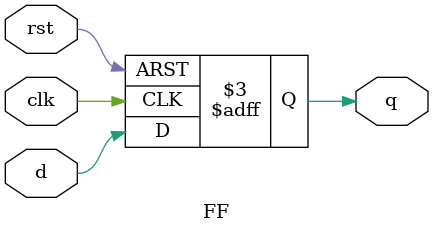
<source format=v>
module FF(rst, clk, d, q);
input rst, clk, d;
output reg q;

always@(negedge rst, posedge clk)
begin
if(!rst) q = 0;
else q <= d;
end

endmodule

</source>
